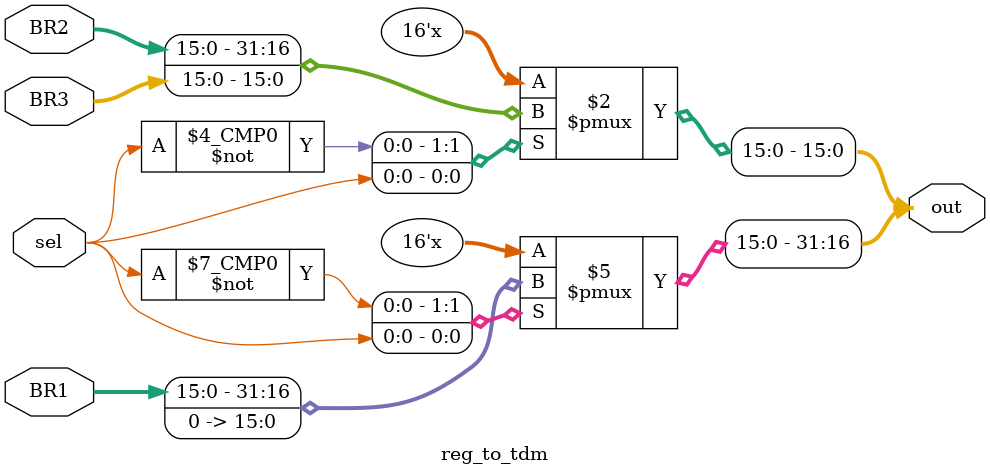
<source format=sv>
`timescale 1ns / 1ps


module reg_to_tdm(
    input logic [15:0]BR1,
    input logic[15:0]BR2,
    input logic[15:0]BR3,
    input logic sel,
    output logic [31:0] out   
    );
    
always_comb begin
    case (sel)
        1'd0: begin  
              out [31:16] = BR1;
              out [15:0] = BR2;
              end
              
        1'd1:  begin
               out [31:16] = 'd0;
               out [15:0] = BR3;
               end
    endcase
end
endmodule

</source>
